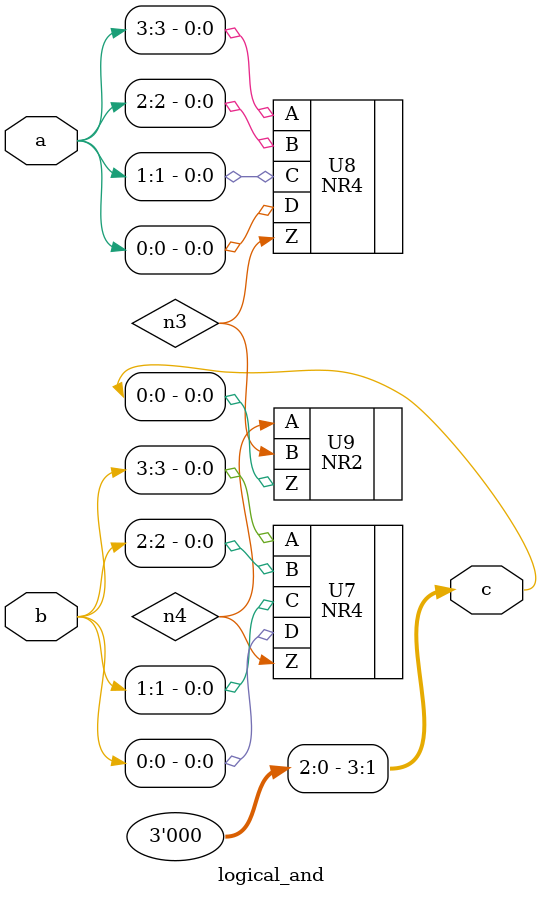
<source format=v>


module logical_and ( a, b, c );
  input [3:0] a;
  input [3:0] b;
  output [3:0] c;
  wire   n3, n4;
  assign c[1] = 1'b0;
  assign c[2] = 1'b0;
  assign c[3] = 1'b0;

  NR4 U7 ( .A(b[3]), .B(b[2]), .C(b[1]), .D(b[0]), .Z(n4) );
  NR4 U8 ( .A(a[3]), .B(a[2]), .C(a[1]), .D(a[0]), .Z(n3) );
  NR2 U9 ( .A(n4), .B(n3), .Z(c[0]) );
endmodule


</source>
